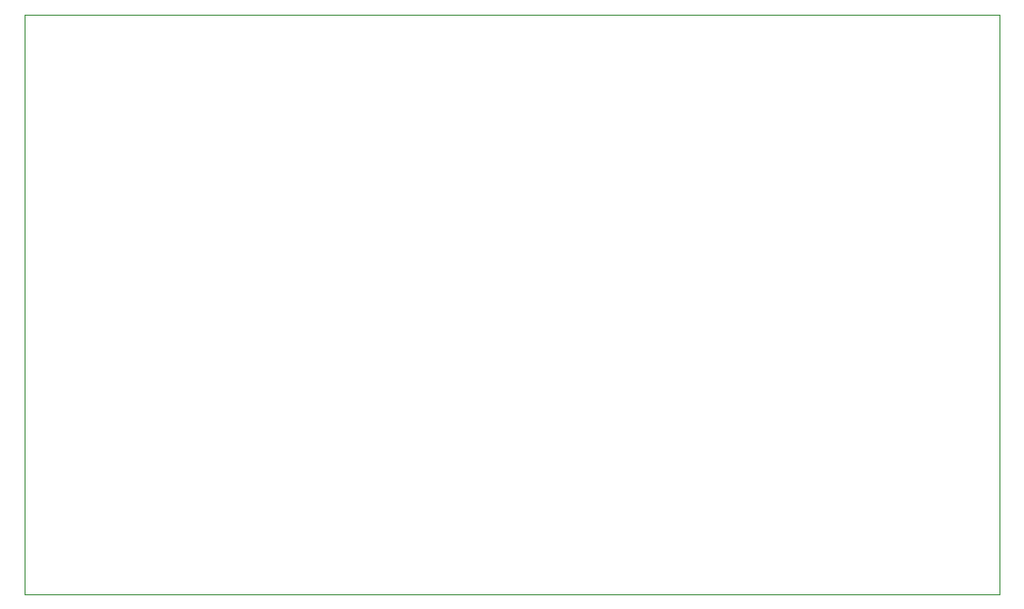
<source format=gbr>
%TF.GenerationSoftware,KiCad,Pcbnew,(7.0.0)*%
%TF.CreationDate,2023-03-22T21:09:57+09:00*%
%TF.ProjectId,NixieTubePowerSupply,4e697869-6554-4756-9265-506f77657253,rev?*%
%TF.SameCoordinates,Original*%
%TF.FileFunction,Profile,NP*%
%FSLAX46Y46*%
G04 Gerber Fmt 4.6, Leading zero omitted, Abs format (unit mm)*
G04 Created by KiCad (PCBNEW (7.0.0)) date 2023-03-22 21:09:57*
%MOMM*%
%LPD*%
G01*
G04 APERTURE LIST*
%TA.AperFunction,Profile*%
%ADD10C,0.100000*%
%TD*%
G04 APERTURE END LIST*
D10*
X0Y0D02*
X84000000Y0D01*
X84000000Y0D02*
X84000000Y-50000000D01*
X84000000Y-50000000D02*
X0Y-50000000D01*
X0Y-50000000D02*
X0Y0D01*
M02*

</source>
